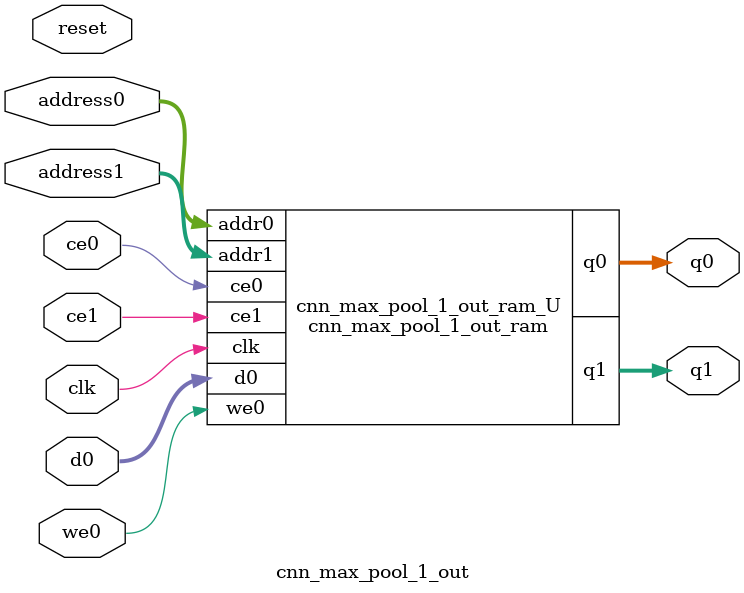
<source format=v>
`timescale 1 ns / 1 ps
module cnn_max_pool_1_out_ram (addr0, ce0, d0, we0, q0, addr1, ce1, q1,  clk);

parameter DWIDTH = 32;
parameter AWIDTH = 13;
parameter MEM_SIZE = 5408;

input[AWIDTH-1:0] addr0;
input ce0;
input[DWIDTH-1:0] d0;
input we0;
output reg[DWIDTH-1:0] q0;
input[AWIDTH-1:0] addr1;
input ce1;
output reg[DWIDTH-1:0] q1;
input clk;

(* ram_style = "block" *)reg [DWIDTH-1:0] ram[0:MEM_SIZE-1];




always @(posedge clk)  
begin 
    if (ce0) begin
        if (we0) 
            ram[addr0] <= d0; 
        q0 <= ram[addr0];
    end
end


always @(posedge clk)  
begin 
    if (ce1) begin
        q1 <= ram[addr1];
    end
end


endmodule

`timescale 1 ns / 1 ps
module cnn_max_pool_1_out(
    reset,
    clk,
    address0,
    ce0,
    we0,
    d0,
    q0,
    address1,
    ce1,
    q1);

parameter DataWidth = 32'd32;
parameter AddressRange = 32'd5408;
parameter AddressWidth = 32'd13;
input reset;
input clk;
input[AddressWidth - 1:0] address0;
input ce0;
input we0;
input[DataWidth - 1:0] d0;
output[DataWidth - 1:0] q0;
input[AddressWidth - 1:0] address1;
input ce1;
output[DataWidth - 1:0] q1;



cnn_max_pool_1_out_ram cnn_max_pool_1_out_ram_U(
    .clk( clk ),
    .addr0( address0 ),
    .ce0( ce0 ),
    .we0( we0 ),
    .d0( d0 ),
    .q0( q0 ),
    .addr1( address1 ),
    .ce1( ce1 ),
    .q1( q1 ));

endmodule


</source>
